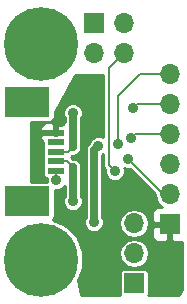
<source format=gbl>
G04 #@! TF.FileFunction,Copper,L2,Bot,Signal*
%FSLAX46Y46*%
G04 Gerber Fmt 4.6, Leading zero omitted, Abs format (unit mm)*
G04 Created by KiCad (PCBNEW 4.0.5) date 07/09/17 22:51:53*
%MOMM*%
%LPD*%
G01*
G04 APERTURE LIST*
%ADD10C,0.150000*%
%ADD11C,6.250940*%
%ADD12R,1.700000X1.700000*%
%ADD13O,1.700000X1.700000*%
%ADD14R,3.799840X2.499360*%
%ADD15R,1.399540X0.500380*%
%ADD16C,0.889000*%
%ADD17C,0.635000*%
%ADD18C,0.203200*%
%ADD19C,0.254000*%
G04 APERTURE END LIST*
D10*
D11*
X152146000Y-92710000D03*
X152146000Y-110998000D03*
D12*
X160000000Y-113000000D03*
D13*
X160000000Y-110460000D03*
X160000000Y-107920000D03*
D12*
X156591000Y-90932000D03*
D13*
X156591000Y-93472000D03*
X159131000Y-90932000D03*
X159131000Y-93472000D03*
D14*
X150969980Y-97652840D03*
X150969980Y-106055160D03*
D15*
X153370280Y-100253800D03*
X153370280Y-101053900D03*
X153370280Y-103454200D03*
X153370280Y-102654100D03*
X153370280Y-101854000D03*
D12*
X163000000Y-108000000D03*
D13*
X163000000Y-105460000D03*
X163000000Y-102920000D03*
X163000000Y-100380000D03*
X163000000Y-97840000D03*
X163000000Y-95300000D03*
D16*
X156972000Y-101346000D03*
X156591000Y-107823000D03*
X153416000Y-104267000D03*
X159512000Y-102489000D03*
X154813000Y-106045000D03*
X154813000Y-98552000D03*
X158623000Y-101219000D03*
X159893000Y-98171000D03*
X158369000Y-103505000D03*
X159766000Y-100711000D03*
X156083000Y-113157000D03*
X153797000Y-99314000D03*
X156337000Y-98044000D03*
X157861000Y-106299000D03*
D17*
X156591000Y-107823000D02*
X156591000Y-101727000D01*
X156591000Y-101727000D02*
X156972000Y-101346000D01*
D18*
X160000000Y-113000000D02*
X159335000Y-113000000D01*
X153370280Y-103454200D02*
X153370280Y-104221280D01*
X153370280Y-104221280D02*
X153416000Y-104267000D01*
X159512000Y-102489000D02*
X162483000Y-105460000D01*
X162483000Y-105460000D02*
X163000000Y-105460000D01*
D17*
X154813000Y-106045000D02*
X154813000Y-103124000D01*
D18*
X153370280Y-102654100D02*
X154343100Y-102654100D01*
X154343100Y-102654100D02*
X154813000Y-103124000D01*
D17*
X154813000Y-98552000D02*
X154813000Y-101473000D01*
D18*
X153370280Y-101854000D02*
X154432000Y-101854000D01*
X154432000Y-101854000D02*
X154813000Y-101473000D01*
X163000000Y-95300000D02*
X160478000Y-95300000D01*
X158623000Y-97155000D02*
X158623000Y-101219000D01*
X160478000Y-95300000D02*
X158623000Y-97155000D01*
X160224000Y-97840000D02*
X163000000Y-97840000D01*
X159893000Y-98171000D02*
X160224000Y-97840000D01*
X157861000Y-94742000D02*
X159131000Y-93472000D01*
X157861000Y-102997000D02*
X157861000Y-94742000D01*
X158369000Y-103505000D02*
X157861000Y-102997000D01*
X159766000Y-100711000D02*
X160097000Y-100380000D01*
X160097000Y-100380000D02*
X163000000Y-100380000D01*
D19*
G36*
X157378400Y-100620913D02*
X157136923Y-100520643D01*
X156808518Y-100520357D01*
X156505002Y-100645767D01*
X156272583Y-100877781D01*
X156146643Y-101181077D01*
X156146641Y-101183531D01*
X156097086Y-101233086D01*
X155945670Y-101459695D01*
X155921234Y-101582544D01*
X155892500Y-101727000D01*
X155892500Y-107353866D01*
X155891583Y-107354781D01*
X155765643Y-107658077D01*
X155765357Y-107986482D01*
X155890767Y-108289998D01*
X156122781Y-108522417D01*
X156426077Y-108648357D01*
X156754482Y-108648643D01*
X157057998Y-108523233D01*
X157290417Y-108291219D01*
X157416357Y-107987923D01*
X157416416Y-107920000D01*
X158744883Y-107920000D01*
X158838587Y-108391083D01*
X159105435Y-108790448D01*
X159504800Y-109057296D01*
X159975883Y-109151000D01*
X160024117Y-109151000D01*
X160495200Y-109057296D01*
X160894565Y-108790448D01*
X161161413Y-108391083D01*
X161182364Y-108285750D01*
X161515000Y-108285750D01*
X161515000Y-108976310D01*
X161611673Y-109209699D01*
X161790302Y-109388327D01*
X162023691Y-109485000D01*
X162714250Y-109485000D01*
X162873000Y-109326250D01*
X162873000Y-108127000D01*
X161673750Y-108127000D01*
X161515000Y-108285750D01*
X161182364Y-108285750D01*
X161255117Y-107920000D01*
X161161413Y-107448917D01*
X160894565Y-107049552D01*
X160495200Y-106782704D01*
X160024117Y-106689000D01*
X159975883Y-106689000D01*
X159504800Y-106782704D01*
X159105435Y-107049552D01*
X158838587Y-107448917D01*
X158744883Y-107920000D01*
X157416416Y-107920000D01*
X157416643Y-107659518D01*
X157291233Y-107356002D01*
X157289500Y-107354266D01*
X157289500Y-102108004D01*
X157378400Y-102071272D01*
X157378400Y-102997000D01*
X157415136Y-103181683D01*
X157519750Y-103338250D01*
X157543624Y-103362124D01*
X157543357Y-103668482D01*
X157668767Y-103971998D01*
X157900781Y-104204417D01*
X158204077Y-104330357D01*
X158532482Y-104330643D01*
X158835998Y-104205233D01*
X159068417Y-103973219D01*
X159194357Y-103669923D01*
X159194643Y-103341518D01*
X159149526Y-103232326D01*
X159347077Y-103314357D01*
X159655125Y-103314625D01*
X161754111Y-105413610D01*
X161744883Y-105460000D01*
X161838587Y-105931083D01*
X162105435Y-106330448D01*
X162381636Y-106515000D01*
X162023691Y-106515000D01*
X161790302Y-106611673D01*
X161611673Y-106790301D01*
X161515000Y-107023690D01*
X161515000Y-107714250D01*
X161673750Y-107873000D01*
X162873000Y-107873000D01*
X162873000Y-107853000D01*
X163127000Y-107853000D01*
X163127000Y-107873000D01*
X163147000Y-107873000D01*
X163147000Y-108127000D01*
X163127000Y-108127000D01*
X163127000Y-109326250D01*
X163285750Y-109485000D01*
X163976309Y-109485000D01*
X164020500Y-109466695D01*
X164020500Y-113481711D01*
X163976320Y-113703819D01*
X163882392Y-113844392D01*
X163741819Y-113938320D01*
X163519711Y-113982500D01*
X161211632Y-113982500D01*
X161238464Y-113850000D01*
X161238464Y-112150000D01*
X161211897Y-112008810D01*
X161128454Y-111879135D01*
X161001134Y-111792141D01*
X160850000Y-111761536D01*
X159150000Y-111761536D01*
X159008810Y-111788103D01*
X158879135Y-111871546D01*
X158792141Y-111998866D01*
X158761536Y-112150000D01*
X158761536Y-113850000D01*
X158786468Y-113982500D01*
X155494482Y-113982500D01*
X155249732Y-112666970D01*
X155651860Y-111698540D01*
X155652941Y-110460000D01*
X158744883Y-110460000D01*
X158838587Y-110931083D01*
X159105435Y-111330448D01*
X159504800Y-111597296D01*
X159975883Y-111691000D01*
X160024117Y-111691000D01*
X160495200Y-111597296D01*
X160894565Y-111330448D01*
X161161413Y-110931083D01*
X161255117Y-110460000D01*
X161161413Y-109988917D01*
X160894565Y-109589552D01*
X160495200Y-109322704D01*
X160024117Y-109229000D01*
X159975883Y-109229000D01*
X159504800Y-109322704D01*
X159105435Y-109589552D01*
X158838587Y-109988917D01*
X158744883Y-110460000D01*
X155652941Y-110460000D01*
X155653078Y-110303580D01*
X155120374Y-109014339D01*
X154134849Y-108027093D01*
X153111466Y-107602147D01*
X153140765Y-107583294D01*
X153227759Y-107455974D01*
X153258364Y-107304840D01*
X153258364Y-105092363D01*
X153579482Y-105092643D01*
X153882998Y-104967233D01*
X154114500Y-104736134D01*
X154114500Y-105575866D01*
X154113583Y-105576781D01*
X153987643Y-105880077D01*
X153987357Y-106208482D01*
X154112767Y-106511998D01*
X154344781Y-106744417D01*
X154648077Y-106870357D01*
X154976482Y-106870643D01*
X155279998Y-106745233D01*
X155512417Y-106513219D01*
X155638357Y-106209923D01*
X155638643Y-105881518D01*
X155513233Y-105578002D01*
X155511500Y-105576266D01*
X155511500Y-103124000D01*
X155458330Y-102856696D01*
X155306914Y-102630086D01*
X155080304Y-102478670D01*
X154813000Y-102425500D01*
X154799655Y-102428155D01*
X154684350Y-102312850D01*
X154640799Y-102283750D01*
X154773250Y-102195250D01*
X154799655Y-102168845D01*
X154813000Y-102171500D01*
X155080304Y-102118330D01*
X155306914Y-101966914D01*
X155458330Y-101740304D01*
X155511500Y-101473000D01*
X155511500Y-99021134D01*
X155512417Y-99020219D01*
X155638357Y-98716923D01*
X155638643Y-98388518D01*
X155513233Y-98085002D01*
X155281219Y-97852583D01*
X154977923Y-97726643D01*
X154649518Y-97726357D01*
X154346002Y-97851767D01*
X154113583Y-98083781D01*
X153987643Y-98387077D01*
X153987357Y-98715482D01*
X154112767Y-99018998D01*
X154114500Y-99020734D01*
X154114500Y-99368610D01*
X153656030Y-99368610D01*
X153497280Y-99527360D01*
X153497280Y-100128705D01*
X153517280Y-100128705D01*
X153517280Y-100378895D01*
X153497280Y-100378895D01*
X153497280Y-100400800D01*
X153243280Y-100400800D01*
X153243280Y-100378895D01*
X152194260Y-100378895D01*
X152035510Y-100537645D01*
X152035510Y-100630299D01*
X152132183Y-100863688D01*
X152282046Y-101013552D01*
X152282046Y-101304090D01*
X152308613Y-101445280D01*
X152313022Y-101452132D01*
X152312651Y-101452676D01*
X152282046Y-101603810D01*
X152282046Y-102104190D01*
X152308613Y-102245380D01*
X152313022Y-102252232D01*
X152312651Y-102252776D01*
X152282046Y-102403910D01*
X152282046Y-102904290D01*
X152308613Y-103045480D01*
X152313022Y-103052332D01*
X152312651Y-103052876D01*
X152282046Y-103204010D01*
X152282046Y-103704390D01*
X152308613Y-103845580D01*
X152392056Y-103975255D01*
X152519376Y-104062249D01*
X152600371Y-104078651D01*
X152590643Y-104102077D01*
X152590369Y-104417016D01*
X151257000Y-104417016D01*
X151257000Y-99877301D01*
X152035510Y-99877301D01*
X152035510Y-99969955D01*
X152194260Y-100128705D01*
X153243280Y-100128705D01*
X153243280Y-99527360D01*
X153084530Y-99368610D01*
X152544200Y-99368610D01*
X152310811Y-99465283D01*
X152132183Y-99643912D01*
X152035510Y-99877301D01*
X151257000Y-99877301D01*
X151257000Y-99290984D01*
X152869900Y-99290984D01*
X153011090Y-99264417D01*
X153140765Y-99180974D01*
X153227759Y-99053654D01*
X153258364Y-98902520D01*
X153258364Y-98448840D01*
X155013701Y-95377000D01*
X157378400Y-95377000D01*
X157378400Y-100620913D01*
X157378400Y-100620913D01*
G37*
X157378400Y-100620913D02*
X157136923Y-100520643D01*
X156808518Y-100520357D01*
X156505002Y-100645767D01*
X156272583Y-100877781D01*
X156146643Y-101181077D01*
X156146641Y-101183531D01*
X156097086Y-101233086D01*
X155945670Y-101459695D01*
X155921234Y-101582544D01*
X155892500Y-101727000D01*
X155892500Y-107353866D01*
X155891583Y-107354781D01*
X155765643Y-107658077D01*
X155765357Y-107986482D01*
X155890767Y-108289998D01*
X156122781Y-108522417D01*
X156426077Y-108648357D01*
X156754482Y-108648643D01*
X157057998Y-108523233D01*
X157290417Y-108291219D01*
X157416357Y-107987923D01*
X157416416Y-107920000D01*
X158744883Y-107920000D01*
X158838587Y-108391083D01*
X159105435Y-108790448D01*
X159504800Y-109057296D01*
X159975883Y-109151000D01*
X160024117Y-109151000D01*
X160495200Y-109057296D01*
X160894565Y-108790448D01*
X161161413Y-108391083D01*
X161182364Y-108285750D01*
X161515000Y-108285750D01*
X161515000Y-108976310D01*
X161611673Y-109209699D01*
X161790302Y-109388327D01*
X162023691Y-109485000D01*
X162714250Y-109485000D01*
X162873000Y-109326250D01*
X162873000Y-108127000D01*
X161673750Y-108127000D01*
X161515000Y-108285750D01*
X161182364Y-108285750D01*
X161255117Y-107920000D01*
X161161413Y-107448917D01*
X160894565Y-107049552D01*
X160495200Y-106782704D01*
X160024117Y-106689000D01*
X159975883Y-106689000D01*
X159504800Y-106782704D01*
X159105435Y-107049552D01*
X158838587Y-107448917D01*
X158744883Y-107920000D01*
X157416416Y-107920000D01*
X157416643Y-107659518D01*
X157291233Y-107356002D01*
X157289500Y-107354266D01*
X157289500Y-102108004D01*
X157378400Y-102071272D01*
X157378400Y-102997000D01*
X157415136Y-103181683D01*
X157519750Y-103338250D01*
X157543624Y-103362124D01*
X157543357Y-103668482D01*
X157668767Y-103971998D01*
X157900781Y-104204417D01*
X158204077Y-104330357D01*
X158532482Y-104330643D01*
X158835998Y-104205233D01*
X159068417Y-103973219D01*
X159194357Y-103669923D01*
X159194643Y-103341518D01*
X159149526Y-103232326D01*
X159347077Y-103314357D01*
X159655125Y-103314625D01*
X161754111Y-105413610D01*
X161744883Y-105460000D01*
X161838587Y-105931083D01*
X162105435Y-106330448D01*
X162381636Y-106515000D01*
X162023691Y-106515000D01*
X161790302Y-106611673D01*
X161611673Y-106790301D01*
X161515000Y-107023690D01*
X161515000Y-107714250D01*
X161673750Y-107873000D01*
X162873000Y-107873000D01*
X162873000Y-107853000D01*
X163127000Y-107853000D01*
X163127000Y-107873000D01*
X163147000Y-107873000D01*
X163147000Y-108127000D01*
X163127000Y-108127000D01*
X163127000Y-109326250D01*
X163285750Y-109485000D01*
X163976309Y-109485000D01*
X164020500Y-109466695D01*
X164020500Y-113481711D01*
X163976320Y-113703819D01*
X163882392Y-113844392D01*
X163741819Y-113938320D01*
X163519711Y-113982500D01*
X161211632Y-113982500D01*
X161238464Y-113850000D01*
X161238464Y-112150000D01*
X161211897Y-112008810D01*
X161128454Y-111879135D01*
X161001134Y-111792141D01*
X160850000Y-111761536D01*
X159150000Y-111761536D01*
X159008810Y-111788103D01*
X158879135Y-111871546D01*
X158792141Y-111998866D01*
X158761536Y-112150000D01*
X158761536Y-113850000D01*
X158786468Y-113982500D01*
X155494482Y-113982500D01*
X155249732Y-112666970D01*
X155651860Y-111698540D01*
X155652941Y-110460000D01*
X158744883Y-110460000D01*
X158838587Y-110931083D01*
X159105435Y-111330448D01*
X159504800Y-111597296D01*
X159975883Y-111691000D01*
X160024117Y-111691000D01*
X160495200Y-111597296D01*
X160894565Y-111330448D01*
X161161413Y-110931083D01*
X161255117Y-110460000D01*
X161161413Y-109988917D01*
X160894565Y-109589552D01*
X160495200Y-109322704D01*
X160024117Y-109229000D01*
X159975883Y-109229000D01*
X159504800Y-109322704D01*
X159105435Y-109589552D01*
X158838587Y-109988917D01*
X158744883Y-110460000D01*
X155652941Y-110460000D01*
X155653078Y-110303580D01*
X155120374Y-109014339D01*
X154134849Y-108027093D01*
X153111466Y-107602147D01*
X153140765Y-107583294D01*
X153227759Y-107455974D01*
X153258364Y-107304840D01*
X153258364Y-105092363D01*
X153579482Y-105092643D01*
X153882998Y-104967233D01*
X154114500Y-104736134D01*
X154114500Y-105575866D01*
X154113583Y-105576781D01*
X153987643Y-105880077D01*
X153987357Y-106208482D01*
X154112767Y-106511998D01*
X154344781Y-106744417D01*
X154648077Y-106870357D01*
X154976482Y-106870643D01*
X155279998Y-106745233D01*
X155512417Y-106513219D01*
X155638357Y-106209923D01*
X155638643Y-105881518D01*
X155513233Y-105578002D01*
X155511500Y-105576266D01*
X155511500Y-103124000D01*
X155458330Y-102856696D01*
X155306914Y-102630086D01*
X155080304Y-102478670D01*
X154813000Y-102425500D01*
X154799655Y-102428155D01*
X154684350Y-102312850D01*
X154640799Y-102283750D01*
X154773250Y-102195250D01*
X154799655Y-102168845D01*
X154813000Y-102171500D01*
X155080304Y-102118330D01*
X155306914Y-101966914D01*
X155458330Y-101740304D01*
X155511500Y-101473000D01*
X155511500Y-99021134D01*
X155512417Y-99020219D01*
X155638357Y-98716923D01*
X155638643Y-98388518D01*
X155513233Y-98085002D01*
X155281219Y-97852583D01*
X154977923Y-97726643D01*
X154649518Y-97726357D01*
X154346002Y-97851767D01*
X154113583Y-98083781D01*
X153987643Y-98387077D01*
X153987357Y-98715482D01*
X154112767Y-99018998D01*
X154114500Y-99020734D01*
X154114500Y-99368610D01*
X153656030Y-99368610D01*
X153497280Y-99527360D01*
X153497280Y-100128705D01*
X153517280Y-100128705D01*
X153517280Y-100378895D01*
X153497280Y-100378895D01*
X153497280Y-100400800D01*
X153243280Y-100400800D01*
X153243280Y-100378895D01*
X152194260Y-100378895D01*
X152035510Y-100537645D01*
X152035510Y-100630299D01*
X152132183Y-100863688D01*
X152282046Y-101013552D01*
X152282046Y-101304090D01*
X152308613Y-101445280D01*
X152313022Y-101452132D01*
X152312651Y-101452676D01*
X152282046Y-101603810D01*
X152282046Y-102104190D01*
X152308613Y-102245380D01*
X152313022Y-102252232D01*
X152312651Y-102252776D01*
X152282046Y-102403910D01*
X152282046Y-102904290D01*
X152308613Y-103045480D01*
X152313022Y-103052332D01*
X152312651Y-103052876D01*
X152282046Y-103204010D01*
X152282046Y-103704390D01*
X152308613Y-103845580D01*
X152392056Y-103975255D01*
X152519376Y-104062249D01*
X152600371Y-104078651D01*
X152590643Y-104102077D01*
X152590369Y-104417016D01*
X151257000Y-104417016D01*
X151257000Y-99877301D01*
X152035510Y-99877301D01*
X152035510Y-99969955D01*
X152194260Y-100128705D01*
X153243280Y-100128705D01*
X153243280Y-99527360D01*
X153084530Y-99368610D01*
X152544200Y-99368610D01*
X152310811Y-99465283D01*
X152132183Y-99643912D01*
X152035510Y-99877301D01*
X151257000Y-99877301D01*
X151257000Y-99290984D01*
X152869900Y-99290984D01*
X153011090Y-99264417D01*
X153140765Y-99180974D01*
X153227759Y-99053654D01*
X153258364Y-98902520D01*
X153258364Y-98448840D01*
X155013701Y-95377000D01*
X157378400Y-95377000D01*
X157378400Y-100620913D01*
M02*

</source>
